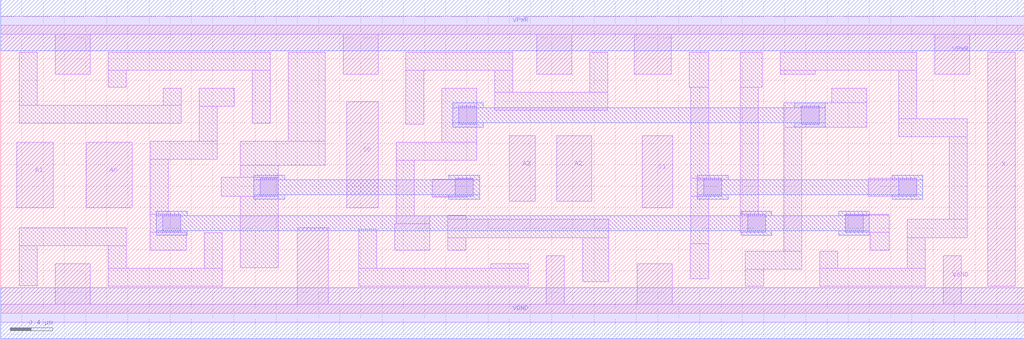
<source format=lef>
# Copyright 2020 The SkyWater PDK Authors
#
# Licensed under the Apache License, Version 2.0 (the "License");
# you may not use this file except in compliance with the License.
# You may obtain a copy of the License at
#
#     https://www.apache.org/licenses/LICENSE-2.0
#
# Unless required by applicable law or agreed to in writing, software
# distributed under the License is distributed on an "AS IS" BASIS,
# WITHOUT WARRANTIES OR CONDITIONS OF ANY KIND, either express or implied.
# See the License for the specific language governing permissions and
# limitations under the License.
#
# SPDX-License-Identifier: Apache-2.0

VERSION 5.5 ;
NAMESCASESENSITIVE ON ;
BUSBITCHARS "[]" ;
DIVIDERCHAR "/" ;
MACRO sky130_fd_sc_hd__mux4_1
  CLASS CORE ;
  SOURCE USER ;
  ORIGIN  0.000000  0.000000 ;
  SIZE  9.660000 BY  2.720000 ;
  SYMMETRY X Y R90 ;
  SITE unithd ;
  PIN A0
    ANTENNAGATEAREA  0.126000 ;
    DIRECTION INPUT ;
    USE SIGNAL ;
    PORT
      LAYER li1 ;
        RECT 0.805000 0.995000 1.240000 1.615000 ;
    END
  END A0
  PIN A1
    ANTENNAGATEAREA  0.126000 ;
    DIRECTION INPUT ;
    USE SIGNAL ;
    PORT
      LAYER li1 ;
        RECT 0.150000 0.995000 0.495000 1.615000 ;
    END
  END A1
  PIN A2
    ANTENNAGATEAREA  0.126000 ;
    DIRECTION INPUT ;
    USE SIGNAL ;
    PORT
      LAYER li1 ;
        RECT 5.250000 1.055000 5.580000 1.675000 ;
    END
  END A2
  PIN A3
    ANTENNAGATEAREA  0.126000 ;
    DIRECTION INPUT ;
    USE SIGNAL ;
    PORT
      LAYER li1 ;
        RECT 4.800000 1.055000 5.045000 1.675000 ;
    END
  END A3
  PIN S0
    ANTENNAGATEAREA  0.378000 ;
    DIRECTION INPUT ;
    USE SIGNAL ;
    PORT
      LAYER li1 ;
        RECT 3.265000 0.995000 3.565000 1.995000 ;
    END
  END S0
  PIN S1
    ANTENNAGATEAREA  0.252000 ;
    DIRECTION INPUT ;
    USE SIGNAL ;
    PORT
      LAYER li1 ;
        RECT 6.055000 0.995000 6.345000 1.675000 ;
    END
  END S1
  PIN X
    ANTENNADIFFAREA  0.429000 ;
    DIRECTION OUTPUT ;
    USE SIGNAL ;
    PORT
      LAYER li1 ;
        RECT 9.315000 0.255000 9.575000 2.465000 ;
    END
  END X
  PIN VGND
    DIRECTION INOUT ;
    SHAPE ABUTMENT ;
    USE GROUND ;
    PORT
      LAYER li1 ;
        RECT 0.000000 -0.085000 9.660000 0.085000 ;
        RECT 0.515000  0.085000 0.845000 0.465000 ;
        RECT 2.800000  0.085000 3.090000 0.805000 ;
        RECT 5.150000  0.085000 5.320000 0.545000 ;
        RECT 6.010000  0.085000 6.340000 0.465000 ;
        RECT 8.895000  0.085000 9.065000 0.545000 ;
    END
    PORT
      LAYER met1 ;
        RECT 0.000000 -0.240000 9.660000 0.240000 ;
    END
  END VGND
  PIN VNB
    DIRECTION INOUT ;
    USE GROUND ;
    PORT
    END
  END VNB
  PIN VPB
    DIRECTION INOUT ;
    USE POWER ;
    PORT
    END
  END VPB
  PIN VPWR
    DIRECTION INOUT ;
    SHAPE ABUTMENT ;
    USE POWER ;
    PORT
      LAYER li1 ;
        RECT 0.000000 2.635000 9.660000 2.805000 ;
        RECT 0.515000 2.255000 0.845000 2.635000 ;
        RECT 3.235000 2.255000 3.565000 2.635000 ;
        RECT 5.060000 2.255000 5.390000 2.635000 ;
        RECT 5.980000 2.255000 6.330000 2.635000 ;
        RECT 8.815000 2.255000 9.145000 2.635000 ;
    END
    PORT
      LAYER met1 ;
        RECT 0.000000 2.480000 9.660000 2.960000 ;
    END
  END VPWR
  OBS
    LAYER li1 ;
      RECT 0.175000 0.260000 0.345000 0.635000 ;
      RECT 0.175000 0.635000 1.185000 0.805000 ;
      RECT 0.175000 1.795000 1.705000 1.965000 ;
      RECT 0.175000 1.965000 0.345000 2.465000 ;
      RECT 1.015000 0.255000 2.090000 0.425000 ;
      RECT 1.015000 0.425000 1.185000 0.635000 ;
      RECT 1.015000 2.135000 1.185000 2.295000 ;
      RECT 1.015000 2.295000 2.545000 2.465000 ;
      RECT 1.410000 0.595000 1.750000 0.765000 ;
      RECT 1.410000 0.765000 1.700000 0.935000 ;
      RECT 1.410000 0.935000 1.580000 1.455000 ;
      RECT 1.410000 1.455000 2.045000 1.625000 ;
      RECT 1.535000 1.965000 1.705000 2.125000 ;
      RECT 1.875000 1.625000 2.045000 1.955000 ;
      RECT 1.875000 1.955000 2.205000 2.125000 ;
      RECT 1.920000 0.425000 2.090000 0.760000 ;
      RECT 2.080000 1.105000 2.620000 1.285000 ;
      RECT 2.260000 0.430000 2.620000 1.105000 ;
      RECT 2.260000 1.285000 2.620000 1.395000 ;
      RECT 2.260000 1.395000 3.065000 1.625000 ;
      RECT 2.375000 1.795000 2.545000 2.295000 ;
      RECT 2.715000 1.625000 3.065000 2.465000 ;
      RECT 3.380000 0.255000 4.980000 0.425000 ;
      RECT 3.380000 0.425000 3.550000 0.795000 ;
      RECT 3.720000 0.595000 4.050000 0.845000 ;
      RECT 3.735000 0.845000 4.050000 0.920000 ;
      RECT 3.735000 0.920000 3.905000 1.445000 ;
      RECT 3.735000 1.445000 4.495000 1.615000 ;
      RECT 3.825000 1.785000 3.995000 2.295000 ;
      RECT 3.825000 2.295000 4.835000 2.465000 ;
      RECT 4.075000 1.095000 4.405000 1.105000 ;
      RECT 4.075000 1.105000 4.460000 1.265000 ;
      RECT 4.165000 1.615000 4.495000 2.125000 ;
      RECT 4.220000 0.595000 4.390000 0.715000 ;
      RECT 4.220000 0.715000 5.740000 0.885000 ;
      RECT 4.220000 0.885000 4.390000 0.925000 ;
      RECT 4.290000 1.265000 4.460000 1.275000 ;
      RECT 4.625000 0.425000 4.980000 0.465000 ;
      RECT 4.665000 1.915000 5.730000 2.085000 ;
      RECT 4.665000 2.085000 4.835000 2.295000 ;
      RECT 5.495000 0.295000 5.740000 0.715000 ;
      RECT 5.560000 2.085000 5.730000 2.465000 ;
      RECT 6.500000 2.135000 6.685000 2.465000 ;
      RECT 6.510000 0.325000 6.685000 0.655000 ;
      RECT 6.515000 0.655000 6.685000 1.105000 ;
      RECT 6.515000 1.105000 6.805000 1.275000 ;
      RECT 6.515000 1.275000 6.685000 2.135000 ;
      RECT 6.980000 0.765000 7.220000 0.935000 ;
      RECT 6.980000 0.935000 7.150000 2.135000 ;
      RECT 6.980000 2.135000 7.190000 2.465000 ;
      RECT 7.030000 0.255000 7.200000 0.415000 ;
      RECT 7.030000 0.415000 7.560000 0.585000 ;
      RECT 7.360000 2.255000 7.690000 2.295000 ;
      RECT 7.360000 2.295000 8.645000 2.465000 ;
      RECT 7.390000 0.585000 7.560000 1.755000 ;
      RECT 7.390000 1.755000 8.175000 1.985000 ;
      RECT 7.730000 0.255000 8.725000 0.425000 ;
      RECT 7.730000 0.425000 7.900000 0.585000 ;
      RECT 7.845000 1.985000 8.175000 2.125000 ;
      RECT 7.970000 0.765000 8.385000 0.925000 ;
      RECT 7.970000 0.925000 8.380000 0.935000 ;
      RECT 8.190000 1.105000 8.645000 1.275000 ;
      RECT 8.210000 0.595000 8.385000 0.765000 ;
      RECT 8.475000 1.665000 9.125000 1.835000 ;
      RECT 8.475000 1.835000 8.645000 2.295000 ;
      RECT 8.555000 0.425000 8.725000 0.715000 ;
      RECT 8.555000 0.715000 9.125000 0.885000 ;
      RECT 8.955000 0.885000 9.125000 1.665000 ;
    LAYER mcon ;
      RECT 1.530000 0.765000 1.700000 0.935000 ;
      RECT 2.450000 1.105000 2.620000 1.275000 ;
      RECT 4.290000 1.105000 4.460000 1.275000 ;
      RECT 4.325000 1.785000 4.495000 1.955000 ;
      RECT 6.635000 1.105000 6.805000 1.275000 ;
      RECT 7.050000 0.765000 7.220000 0.935000 ;
      RECT 7.555000 1.785000 7.725000 1.955000 ;
      RECT 7.970000 0.765000 8.140000 0.935000 ;
      RECT 8.475000 1.105000 8.645000 1.275000 ;
    LAYER met1 ;
      RECT 1.470000 0.735000 1.760000 0.780000 ;
      RECT 1.470000 0.780000 8.200000 0.920000 ;
      RECT 1.470000 0.920000 1.760000 0.965000 ;
      RECT 2.390000 1.075000 2.680000 1.120000 ;
      RECT 2.390000 1.120000 4.520000 1.260000 ;
      RECT 2.390000 1.260000 2.680000 1.305000 ;
      RECT 4.230000 1.075000 4.520000 1.120000 ;
      RECT 4.230000 1.260000 4.520000 1.305000 ;
      RECT 4.265000 1.755000 4.555000 1.800000 ;
      RECT 4.265000 1.800000 7.785000 1.940000 ;
      RECT 4.265000 1.940000 4.555000 1.985000 ;
      RECT 6.575000 1.075000 6.865000 1.120000 ;
      RECT 6.575000 1.120000 8.705000 1.260000 ;
      RECT 6.575000 1.260000 6.865000 1.305000 ;
      RECT 6.990000 0.735000 7.280000 0.780000 ;
      RECT 6.990000 0.920000 7.280000 0.965000 ;
      RECT 7.495000 1.755000 7.785000 1.800000 ;
      RECT 7.495000 1.940000 7.785000 1.985000 ;
      RECT 7.910000 0.735000 8.200000 0.780000 ;
      RECT 7.910000 0.920000 8.200000 0.965000 ;
      RECT 8.415000 1.075000 8.705000 1.120000 ;
      RECT 8.415000 1.260000 8.705000 1.305000 ;
  END
END sky130_fd_sc_hd__mux4_1
END LIBRARY

</source>
